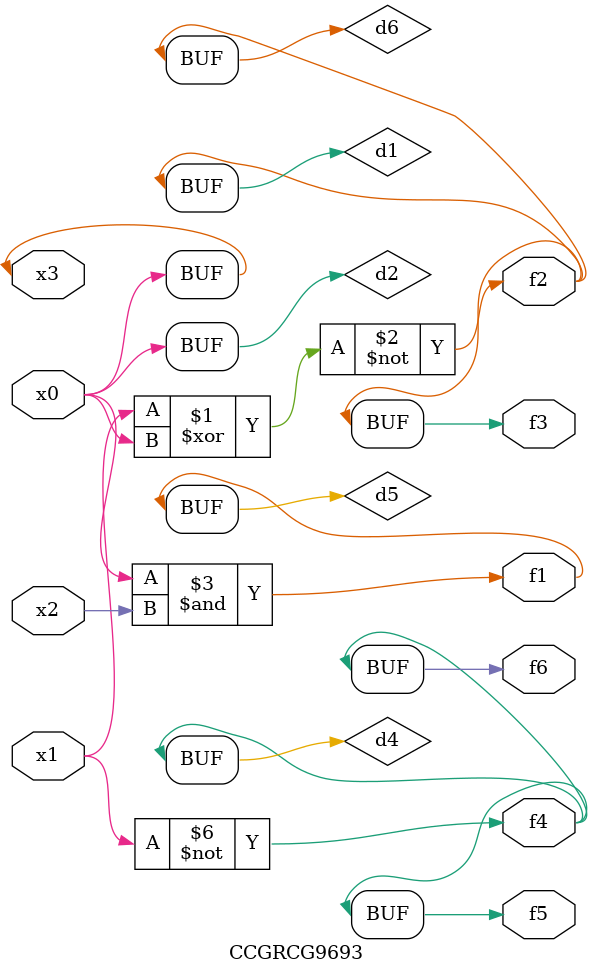
<source format=v>
module CCGRCG9693(
	input x0, x1, x2, x3,
	output f1, f2, f3, f4, f5, f6
);

	wire d1, d2, d3, d4, d5, d6;

	xnor (d1, x1, x3);
	buf (d2, x0, x3);
	nand (d3, x0, x2);
	not (d4, x1);
	nand (d5, d3);
	or (d6, d1);
	assign f1 = d5;
	assign f2 = d6;
	assign f3 = d6;
	assign f4 = d4;
	assign f5 = d4;
	assign f6 = d4;
endmodule

</source>
